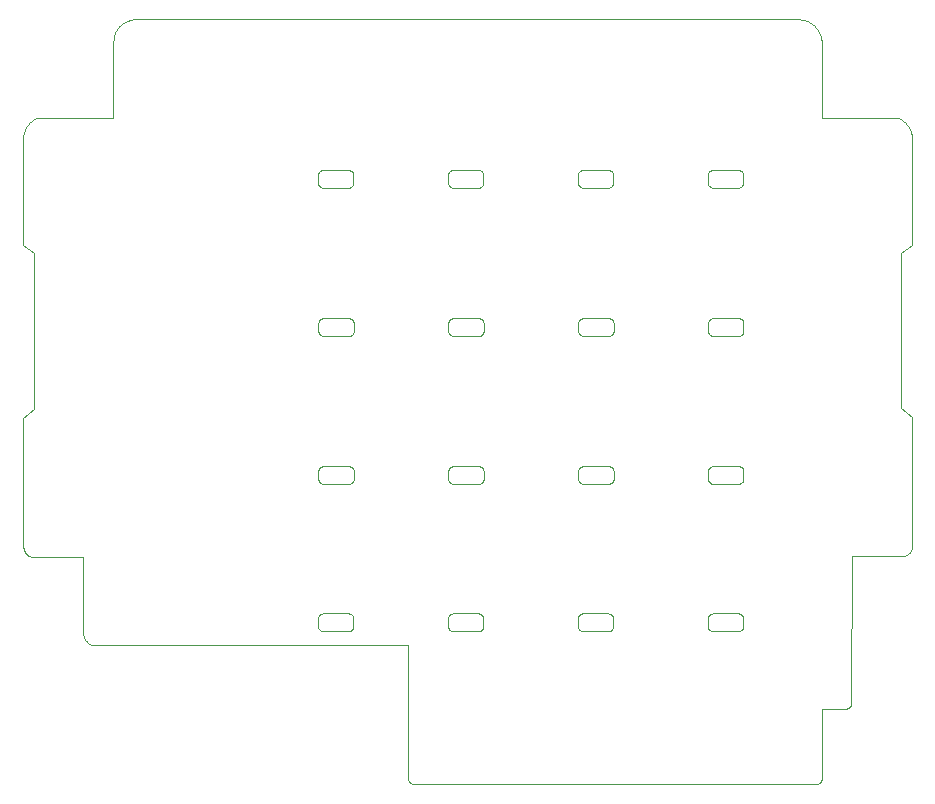
<source format=gbr>
%TF.GenerationSoftware,KiCad,Pcbnew,(5.1.10)-1*%
%TF.CreationDate,2021-12-09T03:00:40-05:00*%
%TF.ProjectId,top,746f702e-6b69-4636-9164-5f7063625858,rev?*%
%TF.SameCoordinates,Original*%
%TF.FileFunction,Profile,NP*%
%FSLAX46Y46*%
G04 Gerber Fmt 4.6, Leading zero omitted, Abs format (unit mm)*
G04 Created by KiCad (PCBNEW (5.1.10)-1) date 2021-12-09 03:00:40*
%MOMM*%
%LPD*%
G01*
G04 APERTURE LIST*
%TA.AperFunction,Profile*%
%ADD10C,0.100000*%
%TD*%
G04 APERTURE END LIST*
D10*
X136610000Y-119810000D02*
X138790000Y-119810000D01*
X136570000Y-119800000D02*
X136610000Y-119810000D01*
X136530000Y-119790000D02*
X136570000Y-119800000D01*
X136490000Y-119780000D02*
X136530000Y-119790000D01*
X136450000Y-119760000D02*
X136490000Y-119780000D01*
X136410000Y-119740000D02*
X136450000Y-119760000D01*
X136370000Y-119720000D02*
X136410000Y-119740000D01*
X136360000Y-119700000D02*
X136370000Y-119720000D01*
X136340000Y-119690000D02*
X136360000Y-119700000D01*
X136310000Y-119660000D02*
X136340000Y-119690000D01*
X136280000Y-119620000D02*
X136310000Y-119660000D01*
X136260000Y-119590000D02*
X136280000Y-119620000D01*
X136240000Y-119550000D02*
X136260000Y-119590000D01*
X136230000Y-119530000D02*
X136240000Y-119550000D01*
X136220000Y-119490000D02*
X136230000Y-119530000D01*
X136210000Y-119440000D02*
X136220000Y-119490000D01*
X136210000Y-119400000D02*
X136210000Y-119440000D01*
X136210000Y-119380000D02*
X136210000Y-119400000D01*
X136210000Y-118720000D02*
X136210000Y-119380000D01*
X136210000Y-118670000D02*
X136210000Y-118720000D01*
X136220000Y-118630000D02*
X136210000Y-118670000D01*
X136230000Y-118590000D02*
X136220000Y-118630000D01*
X136250000Y-118550000D02*
X136230000Y-118590000D01*
X136270000Y-118510000D02*
X136250000Y-118550000D01*
X136300000Y-118480000D02*
X136270000Y-118510000D01*
X136310000Y-118460000D02*
X136300000Y-118480000D01*
X136330000Y-118440000D02*
X136310000Y-118460000D01*
X136360000Y-118410000D02*
X136330000Y-118440000D01*
X136380000Y-118400000D02*
X136360000Y-118410000D01*
X136410000Y-118380000D02*
X136380000Y-118400000D01*
X136430000Y-118370000D02*
X136410000Y-118380000D01*
X136470000Y-118350000D02*
X136430000Y-118370000D01*
X136510000Y-118330000D02*
X136470000Y-118350000D01*
X136530000Y-118330000D02*
X136510000Y-118330000D01*
X136570000Y-118320000D02*
X136530000Y-118330000D01*
X136620000Y-118310000D02*
X136570000Y-118320000D01*
X136640000Y-118310000D02*
X136620000Y-118310000D01*
X138800000Y-118310000D02*
X136640000Y-118310000D01*
X138840000Y-118320000D02*
X138800000Y-118310000D01*
X138880000Y-118330000D02*
X138840000Y-118320000D01*
X138920000Y-118340000D02*
X138880000Y-118330000D01*
X138960000Y-118360000D02*
X138920000Y-118340000D01*
X139000000Y-118380000D02*
X138960000Y-118360000D01*
X139040000Y-118400000D02*
X139000000Y-118380000D01*
X139050000Y-118420000D02*
X139040000Y-118400000D01*
X139080000Y-118450000D02*
X139050000Y-118420000D01*
X139110000Y-118480000D02*
X139080000Y-118450000D01*
X139140000Y-118520000D02*
X139110000Y-118480000D01*
X139160000Y-118550000D02*
X139140000Y-118520000D01*
X139180000Y-118590000D02*
X139160000Y-118550000D01*
X139190000Y-118630000D02*
X139180000Y-118590000D01*
X139190000Y-118660000D02*
X139190000Y-118630000D01*
X139200000Y-118680000D02*
X139190000Y-118660000D01*
X139200000Y-118720000D02*
X139200000Y-118680000D01*
X139200000Y-118740000D02*
X139200000Y-118720000D01*
X139200000Y-119400000D02*
X139200000Y-118740000D01*
X139200000Y-119420000D02*
X139200000Y-119400000D01*
X139190000Y-119470000D02*
X139200000Y-119420000D01*
X139180000Y-119510000D02*
X139190000Y-119470000D01*
X139170000Y-119530000D02*
X139180000Y-119510000D01*
X139160000Y-119570000D02*
X139170000Y-119530000D01*
X139140000Y-119610000D02*
X139160000Y-119570000D01*
X139110000Y-119640000D02*
X139140000Y-119610000D01*
X139100000Y-119660000D02*
X139110000Y-119640000D01*
X139070000Y-119690000D02*
X139100000Y-119660000D01*
X139030000Y-119720000D02*
X139070000Y-119690000D01*
X139000000Y-119740000D02*
X139030000Y-119720000D01*
X138980000Y-119760000D02*
X139000000Y-119740000D01*
X138940000Y-119770000D02*
X138980000Y-119760000D01*
X138900000Y-119790000D02*
X138940000Y-119770000D01*
X138860000Y-119800000D02*
X138900000Y-119790000D01*
X138810000Y-119810000D02*
X138860000Y-119800000D01*
X138790000Y-119810000D02*
X138810000Y-119810000D01*
X136210000Y-81840000D02*
X136210000Y-81860000D01*
X136210000Y-81180000D02*
X136210000Y-81840000D01*
X136210000Y-81130000D02*
X136210000Y-81180000D01*
X136220000Y-81110000D02*
X136210000Y-81130000D01*
X136230000Y-81070000D02*
X136220000Y-81110000D01*
X136230000Y-81050000D02*
X136230000Y-81070000D01*
X136250000Y-81010000D02*
X136230000Y-81050000D01*
X136270000Y-80970000D02*
X136250000Y-81010000D01*
X136300000Y-80940000D02*
X136270000Y-80970000D01*
X136310000Y-80920000D02*
X136300000Y-80940000D01*
X136340000Y-80890000D02*
X136310000Y-80920000D01*
X136380000Y-80860000D02*
X136340000Y-80890000D01*
X136410000Y-80840000D02*
X136380000Y-80860000D01*
X136430000Y-80820000D02*
X136410000Y-80840000D01*
X136470000Y-80810000D02*
X136430000Y-80820000D01*
X136490000Y-80800000D02*
X136470000Y-80810000D01*
X136530000Y-80780000D02*
X136490000Y-80800000D01*
X136570000Y-80780000D02*
X136530000Y-80780000D01*
X136590000Y-80770000D02*
X136570000Y-80780000D01*
X136640000Y-80770000D02*
X136590000Y-80770000D01*
X138800000Y-80770000D02*
X136640000Y-80770000D01*
X138820000Y-80770000D02*
X138800000Y-80770000D01*
X138860000Y-80780000D02*
X138820000Y-80770000D01*
X138880000Y-80780000D02*
X138860000Y-80780000D01*
X138920000Y-80800000D02*
X138880000Y-80780000D01*
X138940000Y-80810000D02*
X138920000Y-80800000D01*
X138980000Y-80830000D02*
X138940000Y-80810000D01*
X139000000Y-80840000D02*
X138980000Y-80830000D01*
X139040000Y-80860000D02*
X139000000Y-80840000D01*
X139050000Y-80880000D02*
X139040000Y-80860000D01*
X139070000Y-80890000D02*
X139050000Y-80880000D01*
X139100000Y-80920000D02*
X139070000Y-80890000D01*
X139130000Y-80960000D02*
X139100000Y-80920000D01*
X139140000Y-80970000D02*
X139130000Y-80960000D01*
X139150000Y-80990000D02*
X139140000Y-80970000D01*
X139170000Y-81030000D02*
X139150000Y-80990000D01*
X139180000Y-81050000D02*
X139170000Y-81030000D01*
X139190000Y-81090000D02*
X139180000Y-81050000D01*
X139200000Y-81140000D02*
X139190000Y-81090000D01*
X139200000Y-81180000D02*
X139200000Y-81140000D01*
X139200000Y-81200000D02*
X139200000Y-81180000D01*
X139200000Y-81860000D02*
X139200000Y-81200000D01*
X139200000Y-81910000D02*
X139200000Y-81860000D01*
X139190000Y-81950000D02*
X139200000Y-81910000D01*
X139170000Y-81990000D02*
X139190000Y-81950000D01*
X139160000Y-82030000D02*
X139170000Y-81990000D01*
X139150000Y-82050000D02*
X139160000Y-82030000D01*
X139140000Y-82070000D02*
X139150000Y-82050000D01*
X139110000Y-82100000D02*
X139140000Y-82070000D01*
X139100000Y-82120000D02*
X139110000Y-82100000D01*
X139070000Y-82150000D02*
X139100000Y-82120000D01*
X139030000Y-82180000D02*
X139070000Y-82150000D01*
X139000000Y-82200000D02*
X139030000Y-82180000D01*
X138980000Y-82210000D02*
X139000000Y-82200000D01*
X138940000Y-82230000D02*
X138980000Y-82210000D01*
X138920000Y-82240000D02*
X138940000Y-82230000D01*
X138880000Y-82250000D02*
X138920000Y-82240000D01*
X138840000Y-82260000D02*
X138880000Y-82250000D01*
X138770000Y-82270000D02*
X138840000Y-82260000D01*
X136610000Y-82270000D02*
X138770000Y-82270000D01*
X136570000Y-82260000D02*
X136610000Y-82270000D01*
X136530000Y-82250000D02*
X136570000Y-82260000D01*
X136490000Y-82240000D02*
X136530000Y-82250000D01*
X136470000Y-82230000D02*
X136490000Y-82240000D01*
X136430000Y-82210000D02*
X136470000Y-82230000D01*
X136410000Y-82200000D02*
X136430000Y-82210000D01*
X136370000Y-82180000D02*
X136410000Y-82200000D01*
X136360000Y-82160000D02*
X136370000Y-82180000D01*
X136320000Y-82130000D02*
X136360000Y-82160000D01*
X136310000Y-82120000D02*
X136320000Y-82130000D01*
X136280000Y-82080000D02*
X136310000Y-82120000D01*
X136260000Y-82040000D02*
X136280000Y-82080000D01*
X136240000Y-82010000D02*
X136260000Y-82040000D01*
X136230000Y-81990000D02*
X136240000Y-82010000D01*
X136220000Y-81940000D02*
X136230000Y-81990000D01*
X136210000Y-81900000D02*
X136220000Y-81940000D01*
X136210000Y-81860000D02*
X136210000Y-81900000D01*
X138800000Y-107340000D02*
X138820000Y-107340000D01*
X136640000Y-107340000D02*
X138800000Y-107340000D01*
X136590000Y-107330000D02*
X136640000Y-107340000D01*
X136550000Y-107320000D02*
X136590000Y-107330000D01*
X136510000Y-107310000D02*
X136550000Y-107320000D01*
X136470000Y-107290000D02*
X136510000Y-107310000D01*
X136430000Y-107270000D02*
X136470000Y-107290000D01*
X136400000Y-107250000D02*
X136430000Y-107270000D01*
X136380000Y-107230000D02*
X136400000Y-107250000D01*
X136360000Y-107220000D02*
X136380000Y-107230000D01*
X136340000Y-107190000D02*
X136360000Y-107220000D01*
X136310000Y-107150000D02*
X136340000Y-107190000D01*
X136290000Y-107110000D02*
X136310000Y-107150000D01*
X136270000Y-107080000D02*
X136290000Y-107110000D01*
X136260000Y-107060000D02*
X136270000Y-107080000D01*
X136250000Y-107010000D02*
X136260000Y-107060000D01*
X136240000Y-106970000D02*
X136250000Y-107010000D01*
X136230000Y-106910000D02*
X136240000Y-106970000D01*
X136230000Y-106250000D02*
X136230000Y-106910000D01*
X136240000Y-106200000D02*
X136230000Y-106250000D01*
X136250000Y-106160000D02*
X136240000Y-106200000D01*
X136260000Y-106120000D02*
X136250000Y-106160000D01*
X136280000Y-106080000D02*
X136260000Y-106120000D01*
X136300000Y-106040000D02*
X136280000Y-106080000D01*
X136320000Y-106010000D02*
X136300000Y-106040000D01*
X136340000Y-105990000D02*
X136320000Y-106010000D01*
X136350000Y-105970000D02*
X136340000Y-105990000D01*
X136380000Y-105940000D02*
X136350000Y-105970000D01*
X136420000Y-105920000D02*
X136380000Y-105940000D01*
X136450000Y-105890000D02*
X136420000Y-105920000D01*
X136490000Y-105880000D02*
X136450000Y-105890000D01*
X136510000Y-105870000D02*
X136490000Y-105880000D01*
X136560000Y-105850000D02*
X136510000Y-105870000D01*
X136580000Y-105850000D02*
X136560000Y-105850000D01*
X136600000Y-105850000D02*
X136580000Y-105850000D01*
X136640000Y-105840000D02*
X136600000Y-105850000D01*
X138820000Y-105840000D02*
X136640000Y-105840000D01*
X138870000Y-105850000D02*
X138820000Y-105840000D01*
X138910000Y-105850000D02*
X138870000Y-105850000D01*
X138950000Y-105870000D02*
X138910000Y-105850000D01*
X138990000Y-105890000D02*
X138950000Y-105870000D01*
X139030000Y-105910000D02*
X138990000Y-105890000D01*
X139060000Y-105930000D02*
X139030000Y-105910000D01*
X139080000Y-105950000D02*
X139060000Y-105930000D01*
X139110000Y-105980000D02*
X139080000Y-105950000D01*
X139140000Y-106010000D02*
X139110000Y-105980000D01*
X139160000Y-106040000D02*
X139140000Y-106010000D01*
X139180000Y-106080000D02*
X139160000Y-106040000D01*
X139200000Y-106120000D02*
X139180000Y-106080000D01*
X139210000Y-106160000D02*
X139200000Y-106120000D01*
X139220000Y-106180000D02*
X139210000Y-106160000D01*
X139230000Y-106230000D02*
X139220000Y-106180000D01*
X139230000Y-106270000D02*
X139230000Y-106230000D01*
X139230000Y-106930000D02*
X139230000Y-106270000D01*
X139220000Y-106950000D02*
X139230000Y-106930000D01*
X139220000Y-107000000D02*
X139220000Y-106950000D01*
X139210000Y-107040000D02*
X139220000Y-107000000D01*
X139200000Y-107060000D02*
X139210000Y-107040000D01*
X139180000Y-107100000D02*
X139200000Y-107060000D01*
X139160000Y-107140000D02*
X139180000Y-107100000D01*
X139140000Y-107170000D02*
X139160000Y-107140000D01*
X139120000Y-107190000D02*
X139140000Y-107170000D01*
X139090000Y-107220000D02*
X139120000Y-107190000D01*
X139060000Y-107250000D02*
X139090000Y-107220000D01*
X139020000Y-107270000D02*
X139060000Y-107250000D01*
X139000000Y-107280000D02*
X139020000Y-107270000D01*
X138970000Y-107300000D02*
X139000000Y-107280000D01*
X138920000Y-107320000D02*
X138970000Y-107300000D01*
X138880000Y-107330000D02*
X138920000Y-107320000D01*
X138840000Y-107340000D02*
X138880000Y-107330000D01*
X138820000Y-107340000D02*
X138840000Y-107340000D01*
X138800000Y-94820000D02*
X138820000Y-94810000D01*
X136640000Y-94810000D02*
X138800000Y-94820000D01*
X136590000Y-94810000D02*
X136640000Y-94810000D01*
X136550000Y-94800000D02*
X136590000Y-94810000D01*
X136510000Y-94790000D02*
X136550000Y-94800000D01*
X136470000Y-94770000D02*
X136510000Y-94790000D01*
X136430000Y-94750000D02*
X136470000Y-94770000D01*
X136400000Y-94720000D02*
X136430000Y-94750000D01*
X136380000Y-94710000D02*
X136400000Y-94720000D01*
X136360000Y-94700000D02*
X136380000Y-94710000D01*
X136340000Y-94660000D02*
X136360000Y-94700000D01*
X136310000Y-94630000D02*
X136340000Y-94660000D01*
X136290000Y-94590000D02*
X136310000Y-94630000D01*
X136270000Y-94550000D02*
X136290000Y-94590000D01*
X136260000Y-94530000D02*
X136270000Y-94550000D01*
X136250000Y-94490000D02*
X136260000Y-94530000D01*
X136240000Y-94450000D02*
X136250000Y-94490000D01*
X136230000Y-94380000D02*
X136240000Y-94450000D01*
X136230000Y-93720000D02*
X136230000Y-94380000D01*
X136240000Y-93680000D02*
X136230000Y-93720000D01*
X136250000Y-93640000D02*
X136240000Y-93680000D01*
X136260000Y-93600000D02*
X136250000Y-93640000D01*
X136280000Y-93560000D02*
X136260000Y-93600000D01*
X136300000Y-93520000D02*
X136280000Y-93560000D01*
X136320000Y-93480000D02*
X136300000Y-93520000D01*
X136340000Y-93470000D02*
X136320000Y-93480000D01*
X136350000Y-93450000D02*
X136340000Y-93470000D01*
X136380000Y-93420000D02*
X136350000Y-93450000D01*
X136420000Y-93390000D02*
X136380000Y-93420000D01*
X136450000Y-93370000D02*
X136420000Y-93390000D01*
X136490000Y-93350000D02*
X136450000Y-93370000D01*
X136510000Y-93340000D02*
X136490000Y-93350000D01*
X136560000Y-93330000D02*
X136510000Y-93340000D01*
X136580000Y-93330000D02*
X136560000Y-93330000D01*
X136600000Y-93320000D02*
X136580000Y-93330000D01*
X136640000Y-93320000D02*
X136600000Y-93320000D01*
X136660000Y-93320000D02*
X136640000Y-93320000D01*
X138820000Y-93320000D02*
X136660000Y-93320000D01*
X138870000Y-93320000D02*
X138820000Y-93320000D01*
X138910000Y-93330000D02*
X138870000Y-93320000D01*
X138950000Y-93350000D02*
X138910000Y-93330000D01*
X138990000Y-93360000D02*
X138950000Y-93350000D01*
X139030000Y-93380000D02*
X138990000Y-93360000D01*
X139060000Y-93410000D02*
X139030000Y-93380000D01*
X139080000Y-93420000D02*
X139060000Y-93410000D01*
X139110000Y-93450000D02*
X139080000Y-93420000D01*
X139140000Y-93490000D02*
X139110000Y-93450000D01*
X139160000Y-93520000D02*
X139140000Y-93490000D01*
X139180000Y-93560000D02*
X139160000Y-93520000D01*
X139200000Y-93600000D02*
X139180000Y-93560000D01*
X139210000Y-93640000D02*
X139200000Y-93600000D01*
X139220000Y-93660000D02*
X139210000Y-93640000D01*
X139230000Y-93710000D02*
X139220000Y-93660000D01*
X139230000Y-93750000D02*
X139230000Y-93710000D01*
X139230000Y-94410000D02*
X139230000Y-93750000D01*
X139220000Y-94430000D02*
X139230000Y-94410000D01*
X139220000Y-94470000D02*
X139220000Y-94430000D01*
X139210000Y-94520000D02*
X139220000Y-94470000D01*
X139200000Y-94540000D02*
X139210000Y-94520000D01*
X139180000Y-94580000D02*
X139200000Y-94540000D01*
X139160000Y-94610000D02*
X139180000Y-94580000D01*
X139140000Y-94650000D02*
X139160000Y-94610000D01*
X139120000Y-94670000D02*
X139140000Y-94650000D01*
X139090000Y-94700000D02*
X139120000Y-94670000D01*
X139060000Y-94730000D02*
X139090000Y-94700000D01*
X139020000Y-94750000D02*
X139060000Y-94730000D01*
X139000000Y-94760000D02*
X139020000Y-94750000D01*
X138970000Y-94780000D02*
X139000000Y-94760000D01*
X138920000Y-94800000D02*
X138970000Y-94780000D01*
X138880000Y-94810000D02*
X138920000Y-94800000D01*
X138860000Y-94810000D02*
X138880000Y-94810000D01*
X138820000Y-94810000D02*
X138860000Y-94810000D01*
X147640000Y-118310000D02*
X147610000Y-118310000D01*
X149790000Y-118310000D02*
X147640000Y-118310000D01*
X149840000Y-118320000D02*
X149790000Y-118310000D01*
X149880000Y-118330000D02*
X149840000Y-118320000D01*
X149920000Y-118340000D02*
X149880000Y-118330000D01*
X149960000Y-118360000D02*
X149920000Y-118340000D01*
X150000000Y-118380000D02*
X149960000Y-118360000D01*
X150030000Y-118400000D02*
X150000000Y-118380000D01*
X150050000Y-118420000D02*
X150030000Y-118400000D01*
X150070000Y-118430000D02*
X150050000Y-118420000D01*
X150100000Y-118460000D02*
X150070000Y-118430000D01*
X150120000Y-118500000D02*
X150100000Y-118460000D01*
X150150000Y-118530000D02*
X150120000Y-118500000D01*
X150170000Y-118570000D02*
X150150000Y-118530000D01*
X150170000Y-118590000D02*
X150170000Y-118570000D01*
X150190000Y-118630000D02*
X150170000Y-118590000D01*
X150200000Y-118680000D02*
X150190000Y-118630000D01*
X150200000Y-118720000D02*
X150200000Y-118680000D01*
X150200000Y-119400000D02*
X150200000Y-118720000D01*
X150190000Y-119450000D02*
X150200000Y-119400000D01*
X150190000Y-119490000D02*
X150190000Y-119450000D01*
X150170000Y-119530000D02*
X150190000Y-119490000D01*
X150150000Y-119570000D02*
X150170000Y-119530000D01*
X150130000Y-119610000D02*
X150150000Y-119570000D01*
X150110000Y-119640000D02*
X150130000Y-119610000D01*
X150090000Y-119660000D02*
X150110000Y-119640000D01*
X150080000Y-119680000D02*
X150090000Y-119660000D01*
X150050000Y-119710000D02*
X150080000Y-119680000D01*
X150030000Y-119720000D02*
X150050000Y-119710000D01*
X150000000Y-119740000D02*
X150030000Y-119720000D01*
X149980000Y-119760000D02*
X150000000Y-119740000D01*
X149940000Y-119770000D02*
X149980000Y-119760000D01*
X149900000Y-119790000D02*
X149940000Y-119770000D01*
X149880000Y-119790000D02*
X149900000Y-119790000D01*
X149830000Y-119800000D02*
X149880000Y-119790000D01*
X149790000Y-119810000D02*
X149830000Y-119800000D01*
X147610000Y-119810000D02*
X149790000Y-119810000D01*
X147570000Y-119800000D02*
X147610000Y-119810000D01*
X147520000Y-119790000D02*
X147570000Y-119800000D01*
X147480000Y-119780000D02*
X147520000Y-119790000D01*
X147440000Y-119760000D02*
X147480000Y-119780000D01*
X147410000Y-119740000D02*
X147440000Y-119760000D01*
X147370000Y-119720000D02*
X147410000Y-119740000D01*
X147350000Y-119700000D02*
X147370000Y-119720000D01*
X147320000Y-119670000D02*
X147350000Y-119700000D01*
X147290000Y-119640000D02*
X147320000Y-119670000D01*
X147270000Y-119600000D02*
X147290000Y-119640000D01*
X147250000Y-119570000D02*
X147270000Y-119600000D01*
X147230000Y-119530000D02*
X147250000Y-119570000D01*
X147220000Y-119490000D02*
X147230000Y-119530000D01*
X147210000Y-119460000D02*
X147220000Y-119490000D01*
X147210000Y-119420000D02*
X147210000Y-119460000D01*
X147210000Y-119400000D02*
X147210000Y-119420000D01*
X147200000Y-119380000D02*
X147210000Y-119400000D01*
X147210000Y-118720000D02*
X147200000Y-119380000D01*
X147210000Y-118700000D02*
X147210000Y-118720000D01*
X147210000Y-118650000D02*
X147210000Y-118700000D01*
X147230000Y-118610000D02*
X147210000Y-118650000D01*
X147230000Y-118590000D02*
X147230000Y-118610000D01*
X147250000Y-118550000D02*
X147230000Y-118590000D01*
X147270000Y-118510000D02*
X147250000Y-118550000D01*
X147300000Y-118480000D02*
X147270000Y-118510000D01*
X147310000Y-118460000D02*
X147300000Y-118480000D01*
X147340000Y-118430000D02*
X147310000Y-118460000D01*
X147370000Y-118400000D02*
X147340000Y-118430000D01*
X147410000Y-118380000D02*
X147370000Y-118400000D01*
X147430000Y-118370000D02*
X147410000Y-118380000D01*
X147470000Y-118350000D02*
X147430000Y-118370000D01*
X147510000Y-118330000D02*
X147470000Y-118350000D01*
X147550000Y-118320000D02*
X147510000Y-118330000D01*
X147590000Y-118310000D02*
X147550000Y-118320000D01*
X147610000Y-118310000D02*
X147590000Y-118310000D01*
X149790000Y-80770000D02*
X147610000Y-80770000D01*
X149840000Y-80780000D02*
X149790000Y-80770000D01*
X149880000Y-80780000D02*
X149840000Y-80780000D01*
X149920000Y-80800000D02*
X149880000Y-80780000D01*
X149960000Y-80820000D02*
X149920000Y-80800000D01*
X150000000Y-80840000D02*
X149960000Y-80820000D01*
X150030000Y-80860000D02*
X150000000Y-80840000D01*
X150050000Y-80880000D02*
X150030000Y-80860000D01*
X150070000Y-80890000D02*
X150050000Y-80880000D01*
X150100000Y-80920000D02*
X150070000Y-80890000D01*
X150120000Y-80960000D02*
X150100000Y-80920000D01*
X150150000Y-80990000D02*
X150120000Y-80960000D01*
X150170000Y-81030000D02*
X150150000Y-80990000D01*
X150170000Y-81050000D02*
X150170000Y-81030000D01*
X150190000Y-81090000D02*
X150170000Y-81050000D01*
X150200000Y-81140000D02*
X150190000Y-81090000D01*
X150200000Y-81180000D02*
X150200000Y-81140000D01*
X150200000Y-81860000D02*
X150200000Y-81180000D01*
X150190000Y-81910000D02*
X150200000Y-81860000D01*
X150190000Y-81950000D02*
X150190000Y-81910000D01*
X150170000Y-81990000D02*
X150190000Y-81950000D01*
X150150000Y-82030000D02*
X150170000Y-81990000D01*
X150130000Y-82070000D02*
X150150000Y-82030000D01*
X150110000Y-82100000D02*
X150130000Y-82070000D01*
X150090000Y-82120000D02*
X150110000Y-82100000D01*
X150080000Y-82130000D02*
X150090000Y-82120000D01*
X150050000Y-82160000D02*
X150080000Y-82130000D01*
X150030000Y-82180000D02*
X150050000Y-82160000D01*
X150000000Y-82200000D02*
X150030000Y-82180000D01*
X149980000Y-82210000D02*
X150000000Y-82200000D01*
X149940000Y-82230000D02*
X149980000Y-82210000D01*
X149900000Y-82250000D02*
X149940000Y-82230000D01*
X149880000Y-82250000D02*
X149900000Y-82250000D01*
X149830000Y-82260000D02*
X149880000Y-82250000D01*
X149770000Y-82270000D02*
X149830000Y-82260000D01*
X147610000Y-82270000D02*
X149770000Y-82270000D01*
X147570000Y-82260000D02*
X147610000Y-82270000D01*
X147520000Y-82250000D02*
X147570000Y-82260000D01*
X147480000Y-82240000D02*
X147520000Y-82250000D01*
X147440000Y-82220000D02*
X147480000Y-82240000D01*
X147410000Y-82200000D02*
X147440000Y-82220000D01*
X147370000Y-82180000D02*
X147410000Y-82200000D01*
X147350000Y-82160000D02*
X147370000Y-82180000D01*
X147320000Y-82130000D02*
X147350000Y-82160000D01*
X147290000Y-82100000D02*
X147320000Y-82130000D01*
X147270000Y-82060000D02*
X147290000Y-82100000D01*
X147250000Y-82030000D02*
X147270000Y-82060000D01*
X147230000Y-81990000D02*
X147250000Y-82030000D01*
X147220000Y-81940000D02*
X147230000Y-81990000D01*
X147210000Y-81920000D02*
X147220000Y-81940000D01*
X147210000Y-81880000D02*
X147210000Y-81920000D01*
X147210000Y-81860000D02*
X147210000Y-81880000D01*
X147200000Y-81840000D02*
X147210000Y-81860000D01*
X147210000Y-81180000D02*
X147200000Y-81840000D01*
X147210000Y-81150000D02*
X147210000Y-81180000D01*
X147210000Y-81110000D02*
X147210000Y-81150000D01*
X147230000Y-81070000D02*
X147210000Y-81110000D01*
X147230000Y-81050000D02*
X147230000Y-81070000D01*
X147250000Y-81010000D02*
X147230000Y-81050000D01*
X147270000Y-80970000D02*
X147250000Y-81010000D01*
X147300000Y-80940000D02*
X147270000Y-80970000D01*
X147310000Y-80920000D02*
X147300000Y-80940000D01*
X147340000Y-80890000D02*
X147310000Y-80920000D01*
X147370000Y-80860000D02*
X147340000Y-80890000D01*
X147410000Y-80840000D02*
X147370000Y-80860000D01*
X147430000Y-80820000D02*
X147410000Y-80840000D01*
X147470000Y-80810000D02*
X147430000Y-80820000D01*
X147490000Y-80800000D02*
X147470000Y-80810000D01*
X147530000Y-80780000D02*
X147490000Y-80800000D01*
X147570000Y-80780000D02*
X147530000Y-80780000D01*
X147610000Y-80770000D02*
X147570000Y-80780000D01*
X149820000Y-105840000D02*
X147640000Y-105840000D01*
X149860000Y-105850000D02*
X149820000Y-105840000D01*
X149910000Y-105850000D02*
X149860000Y-105850000D01*
X149950000Y-105870000D02*
X149910000Y-105850000D01*
X149990000Y-105890000D02*
X149950000Y-105870000D01*
X150020000Y-105910000D02*
X149990000Y-105890000D01*
X150060000Y-105930000D02*
X150020000Y-105910000D01*
X150080000Y-105950000D02*
X150060000Y-105930000D01*
X150090000Y-105960000D02*
X150080000Y-105950000D01*
X150120000Y-105990000D02*
X150090000Y-105960000D01*
X150150000Y-106030000D02*
X150120000Y-105990000D01*
X150170000Y-106060000D02*
X150150000Y-106030000D01*
X150190000Y-106100000D02*
X150170000Y-106060000D01*
X150200000Y-106120000D02*
X150190000Y-106100000D01*
X150210000Y-106160000D02*
X150200000Y-106120000D01*
X150220000Y-106210000D02*
X150210000Y-106160000D01*
X150230000Y-106250000D02*
X150220000Y-106210000D01*
X150230000Y-106270000D02*
X150230000Y-106250000D01*
X150220000Y-106930000D02*
X150230000Y-106270000D01*
X150220000Y-106970000D02*
X150220000Y-106930000D01*
X150210000Y-107020000D02*
X150220000Y-106970000D01*
X150200000Y-107060000D02*
X150210000Y-107020000D01*
X150180000Y-107100000D02*
X150200000Y-107060000D01*
X150160000Y-107140000D02*
X150180000Y-107100000D01*
X150130000Y-107170000D02*
X150160000Y-107140000D01*
X150120000Y-107190000D02*
X150130000Y-107170000D01*
X150110000Y-107200000D02*
X150120000Y-107190000D01*
X150070000Y-107230000D02*
X150110000Y-107200000D01*
X150060000Y-107250000D02*
X150070000Y-107230000D01*
X150020000Y-107270000D02*
X150060000Y-107250000D01*
X150000000Y-107280000D02*
X150020000Y-107270000D01*
X149960000Y-107300000D02*
X150000000Y-107280000D01*
X149920000Y-107320000D02*
X149960000Y-107300000D01*
X149900000Y-107320000D02*
X149920000Y-107320000D01*
X149860000Y-107330000D02*
X149900000Y-107320000D01*
X149790000Y-107340000D02*
X149860000Y-107330000D01*
X147640000Y-107340000D02*
X149790000Y-107340000D01*
X147590000Y-107330000D02*
X147640000Y-107340000D01*
X147550000Y-107320000D02*
X147590000Y-107330000D01*
X147510000Y-107310000D02*
X147550000Y-107320000D01*
X147470000Y-107290000D02*
X147510000Y-107310000D01*
X147430000Y-107270000D02*
X147470000Y-107290000D01*
X147400000Y-107250000D02*
X147430000Y-107270000D01*
X147380000Y-107230000D02*
X147400000Y-107250000D01*
X147350000Y-107200000D02*
X147380000Y-107230000D01*
X147320000Y-107170000D02*
X147350000Y-107200000D01*
X147290000Y-107130000D02*
X147320000Y-107170000D01*
X147270000Y-107100000D02*
X147290000Y-107130000D01*
X147260000Y-107060000D02*
X147270000Y-107100000D01*
X147240000Y-107010000D02*
X147260000Y-107060000D01*
X147240000Y-106990000D02*
X147240000Y-107010000D01*
X147240000Y-106970000D02*
X147240000Y-106990000D01*
X147230000Y-106930000D02*
X147240000Y-106970000D01*
X147230000Y-106250000D02*
X147230000Y-106930000D01*
X147230000Y-106220000D02*
X147230000Y-106250000D01*
X147240000Y-106180000D02*
X147230000Y-106220000D01*
X147250000Y-106140000D02*
X147240000Y-106180000D01*
X147260000Y-106120000D02*
X147250000Y-106140000D01*
X147280000Y-106080000D02*
X147260000Y-106120000D01*
X147300000Y-106040000D02*
X147280000Y-106080000D01*
X147320000Y-106010000D02*
X147300000Y-106040000D01*
X147340000Y-105990000D02*
X147320000Y-106010000D01*
X147370000Y-105960000D02*
X147340000Y-105990000D01*
X147400000Y-105930000D02*
X147370000Y-105960000D01*
X147430000Y-105910000D02*
X147400000Y-105930000D01*
X147450000Y-105890000D02*
X147430000Y-105910000D01*
X147490000Y-105880000D02*
X147450000Y-105890000D01*
X147510000Y-105870000D02*
X147490000Y-105880000D01*
X147550000Y-105850000D02*
X147510000Y-105870000D01*
X147600000Y-105850000D02*
X147550000Y-105850000D01*
X147640000Y-105840000D02*
X147600000Y-105850000D01*
X147660000Y-93320000D02*
X147640000Y-93320000D01*
X149820000Y-93320000D02*
X147660000Y-93320000D01*
X149860000Y-93320000D02*
X149820000Y-93320000D01*
X149910000Y-93330000D02*
X149860000Y-93320000D01*
X149950000Y-93350000D02*
X149910000Y-93330000D01*
X149990000Y-93360000D02*
X149950000Y-93350000D01*
X150020000Y-93380000D02*
X149990000Y-93360000D01*
X150060000Y-93410000D02*
X150020000Y-93380000D01*
X150080000Y-93420000D02*
X150060000Y-93410000D01*
X150090000Y-93440000D02*
X150080000Y-93420000D01*
X150120000Y-93470000D02*
X150090000Y-93440000D01*
X150150000Y-93500000D02*
X150120000Y-93470000D01*
X150170000Y-93540000D02*
X150150000Y-93500000D01*
X150190000Y-93580000D02*
X150170000Y-93540000D01*
X150200000Y-93600000D02*
X150190000Y-93580000D01*
X150210000Y-93640000D02*
X150200000Y-93600000D01*
X150220000Y-93680000D02*
X150210000Y-93640000D01*
X150230000Y-93730000D02*
X150220000Y-93680000D01*
X150230000Y-93750000D02*
X150230000Y-93730000D01*
X150220000Y-94410000D02*
X150230000Y-93750000D01*
X150220000Y-94450000D02*
X150220000Y-94410000D01*
X150210000Y-94500000D02*
X150220000Y-94450000D01*
X150200000Y-94540000D02*
X150210000Y-94500000D01*
X150180000Y-94580000D02*
X150200000Y-94540000D01*
X150160000Y-94610000D02*
X150180000Y-94580000D01*
X150130000Y-94650000D02*
X150160000Y-94610000D01*
X150120000Y-94670000D02*
X150130000Y-94650000D01*
X150110000Y-94680000D02*
X150120000Y-94670000D01*
X150070000Y-94710000D02*
X150110000Y-94680000D01*
X150060000Y-94730000D02*
X150070000Y-94710000D01*
X150020000Y-94750000D02*
X150060000Y-94730000D01*
X150000000Y-94760000D02*
X150020000Y-94750000D01*
X149960000Y-94780000D02*
X150000000Y-94760000D01*
X149920000Y-94800000D02*
X149960000Y-94780000D01*
X149900000Y-94800000D02*
X149920000Y-94800000D01*
X149860000Y-94810000D02*
X149900000Y-94800000D01*
X149820000Y-94810000D02*
X149860000Y-94810000D01*
X149790000Y-94820000D02*
X149820000Y-94810000D01*
X147640000Y-94810000D02*
X149790000Y-94820000D01*
X147590000Y-94810000D02*
X147640000Y-94810000D01*
X147550000Y-94800000D02*
X147590000Y-94810000D01*
X147510000Y-94790000D02*
X147550000Y-94800000D01*
X147470000Y-94770000D02*
X147510000Y-94790000D01*
X147430000Y-94750000D02*
X147470000Y-94770000D01*
X147400000Y-94720000D02*
X147430000Y-94750000D01*
X147380000Y-94710000D02*
X147400000Y-94720000D01*
X147350000Y-94680000D02*
X147380000Y-94710000D01*
X147320000Y-94650000D02*
X147350000Y-94680000D01*
X147290000Y-94610000D02*
X147320000Y-94650000D01*
X147270000Y-94570000D02*
X147290000Y-94610000D01*
X147260000Y-94530000D02*
X147270000Y-94570000D01*
X147240000Y-94490000D02*
X147260000Y-94530000D01*
X147240000Y-94470000D02*
X147240000Y-94490000D01*
X147240000Y-94450000D02*
X147240000Y-94470000D01*
X147230000Y-94410000D02*
X147240000Y-94450000D01*
X147230000Y-93720000D02*
X147230000Y-94410000D01*
X147230000Y-93700000D02*
X147230000Y-93720000D01*
X147240000Y-93660000D02*
X147230000Y-93700000D01*
X147250000Y-93620000D02*
X147240000Y-93660000D01*
X147260000Y-93600000D02*
X147250000Y-93620000D01*
X147280000Y-93560000D02*
X147260000Y-93600000D01*
X147300000Y-93520000D02*
X147280000Y-93560000D01*
X147320000Y-93480000D02*
X147300000Y-93520000D01*
X147340000Y-93470000D02*
X147320000Y-93480000D01*
X147370000Y-93440000D02*
X147340000Y-93470000D01*
X147400000Y-93410000D02*
X147370000Y-93440000D01*
X147430000Y-93380000D02*
X147400000Y-93410000D01*
X147450000Y-93370000D02*
X147430000Y-93380000D01*
X147490000Y-93350000D02*
X147450000Y-93370000D01*
X147510000Y-93340000D02*
X147490000Y-93350000D01*
X147550000Y-93330000D02*
X147510000Y-93340000D01*
X147600000Y-93320000D02*
X147550000Y-93330000D01*
X147640000Y-93320000D02*
X147600000Y-93320000D01*
X160790000Y-118310000D02*
X158630000Y-118310000D01*
X160840000Y-118320000D02*
X160790000Y-118310000D01*
X160880000Y-118330000D02*
X160840000Y-118320000D01*
X160920000Y-118340000D02*
X160880000Y-118330000D01*
X160960000Y-118360000D02*
X160920000Y-118340000D01*
X161000000Y-118380000D02*
X160960000Y-118360000D01*
X161030000Y-118400000D02*
X161000000Y-118380000D01*
X161050000Y-118420000D02*
X161030000Y-118400000D01*
X161070000Y-118430000D02*
X161050000Y-118420000D01*
X161100000Y-118460000D02*
X161070000Y-118430000D01*
X161120000Y-118500000D02*
X161100000Y-118460000D01*
X161140000Y-118530000D02*
X161120000Y-118500000D01*
X161160000Y-118570000D02*
X161140000Y-118530000D01*
X161170000Y-118590000D02*
X161160000Y-118570000D01*
X161180000Y-118630000D02*
X161170000Y-118590000D01*
X161190000Y-118680000D02*
X161180000Y-118630000D01*
X161200000Y-118740000D02*
X161190000Y-118680000D01*
X161200000Y-119400000D02*
X161200000Y-118740000D01*
X161190000Y-119450000D02*
X161200000Y-119400000D01*
X161180000Y-119490000D02*
X161190000Y-119450000D01*
X161170000Y-119530000D02*
X161180000Y-119490000D01*
X161150000Y-119570000D02*
X161170000Y-119530000D01*
X161130000Y-119610000D02*
X161150000Y-119570000D01*
X161110000Y-119640000D02*
X161130000Y-119610000D01*
X161090000Y-119660000D02*
X161110000Y-119640000D01*
X161080000Y-119680000D02*
X161090000Y-119660000D01*
X161050000Y-119710000D02*
X161080000Y-119680000D01*
X161030000Y-119720000D02*
X161050000Y-119710000D01*
X160990000Y-119740000D02*
X161030000Y-119720000D01*
X160980000Y-119760000D02*
X160990000Y-119740000D01*
X160940000Y-119770000D02*
X160980000Y-119760000D01*
X160900000Y-119790000D02*
X160940000Y-119770000D01*
X160870000Y-119790000D02*
X160900000Y-119790000D01*
X160830000Y-119800000D02*
X160870000Y-119790000D01*
X160790000Y-119810000D02*
X160830000Y-119800000D01*
X158610000Y-119810000D02*
X160790000Y-119810000D01*
X158570000Y-119800000D02*
X158610000Y-119810000D01*
X158520000Y-119790000D02*
X158570000Y-119800000D01*
X158480000Y-119780000D02*
X158520000Y-119790000D01*
X158440000Y-119760000D02*
X158480000Y-119780000D01*
X158400000Y-119740000D02*
X158440000Y-119760000D01*
X158370000Y-119720000D02*
X158400000Y-119740000D01*
X158350000Y-119700000D02*
X158370000Y-119720000D01*
X158320000Y-119670000D02*
X158350000Y-119700000D01*
X158290000Y-119640000D02*
X158320000Y-119670000D01*
X158270000Y-119600000D02*
X158290000Y-119640000D01*
X158250000Y-119570000D02*
X158270000Y-119600000D01*
X158230000Y-119530000D02*
X158250000Y-119570000D01*
X158220000Y-119490000D02*
X158230000Y-119530000D01*
X158210000Y-119460000D02*
X158220000Y-119490000D01*
X158210000Y-119440000D02*
X158210000Y-119460000D01*
X158200000Y-119380000D02*
X158210000Y-119440000D01*
X158200000Y-118720000D02*
X158200000Y-119380000D01*
X158210000Y-118700000D02*
X158200000Y-118720000D01*
X158210000Y-118650000D02*
X158210000Y-118700000D01*
X158220000Y-118610000D02*
X158210000Y-118650000D01*
X158230000Y-118590000D02*
X158220000Y-118610000D01*
X158250000Y-118550000D02*
X158230000Y-118590000D01*
X158270000Y-118510000D02*
X158250000Y-118550000D01*
X158290000Y-118480000D02*
X158270000Y-118510000D01*
X158310000Y-118460000D02*
X158290000Y-118480000D01*
X158340000Y-118430000D02*
X158310000Y-118460000D01*
X158370000Y-118400000D02*
X158340000Y-118430000D01*
X158410000Y-118380000D02*
X158370000Y-118400000D01*
X158430000Y-118370000D02*
X158410000Y-118380000D01*
X158460000Y-118350000D02*
X158430000Y-118370000D01*
X158510000Y-118330000D02*
X158460000Y-118350000D01*
X158550000Y-118320000D02*
X158510000Y-118330000D01*
X158590000Y-118310000D02*
X158550000Y-118320000D01*
X158630000Y-118310000D02*
X158590000Y-118310000D01*
X158200000Y-81840000D02*
X158200000Y-81860000D01*
X158200000Y-81180000D02*
X158200000Y-81840000D01*
X158210000Y-81130000D02*
X158200000Y-81180000D01*
X158210000Y-81110000D02*
X158210000Y-81130000D01*
X158220000Y-81070000D02*
X158210000Y-81110000D01*
X158230000Y-81050000D02*
X158220000Y-81070000D01*
X158250000Y-81010000D02*
X158230000Y-81050000D01*
X158270000Y-80970000D02*
X158250000Y-81010000D01*
X158290000Y-80940000D02*
X158270000Y-80970000D01*
X158310000Y-80920000D02*
X158290000Y-80940000D01*
X158340000Y-80890000D02*
X158310000Y-80920000D01*
X158370000Y-80860000D02*
X158340000Y-80890000D01*
X158410000Y-80840000D02*
X158370000Y-80860000D01*
X158430000Y-80820000D02*
X158410000Y-80840000D01*
X158460000Y-80810000D02*
X158430000Y-80820000D01*
X158490000Y-80800000D02*
X158460000Y-80810000D01*
X158530000Y-80780000D02*
X158490000Y-80800000D01*
X158570000Y-80780000D02*
X158530000Y-80780000D01*
X158590000Y-80770000D02*
X158570000Y-80780000D01*
X158630000Y-80770000D02*
X158590000Y-80770000D01*
X160790000Y-80770000D02*
X158630000Y-80770000D01*
X160810000Y-80770000D02*
X160790000Y-80770000D01*
X160860000Y-80780000D02*
X160810000Y-80770000D01*
X160880000Y-80780000D02*
X160860000Y-80780000D01*
X160920000Y-80800000D02*
X160880000Y-80780000D01*
X160940000Y-80810000D02*
X160920000Y-80800000D01*
X160980000Y-80830000D02*
X160940000Y-80810000D01*
X161000000Y-80840000D02*
X160980000Y-80830000D01*
X161030000Y-80860000D02*
X161000000Y-80840000D01*
X161050000Y-80880000D02*
X161030000Y-80860000D01*
X161070000Y-80890000D02*
X161050000Y-80880000D01*
X161100000Y-80920000D02*
X161070000Y-80890000D01*
X161120000Y-80960000D02*
X161100000Y-80920000D01*
X161130000Y-80970000D02*
X161120000Y-80960000D01*
X161140000Y-80990000D02*
X161130000Y-80970000D01*
X161160000Y-81030000D02*
X161140000Y-80990000D01*
X161170000Y-81050000D02*
X161160000Y-81030000D01*
X161180000Y-81090000D02*
X161170000Y-81050000D01*
X161190000Y-81140000D02*
X161180000Y-81090000D01*
X161200000Y-81200000D02*
X161190000Y-81140000D01*
X161200000Y-81860000D02*
X161200000Y-81200000D01*
X161190000Y-81910000D02*
X161200000Y-81860000D01*
X161180000Y-81950000D02*
X161190000Y-81910000D01*
X161170000Y-81990000D02*
X161180000Y-81950000D01*
X161150000Y-82030000D02*
X161170000Y-81990000D01*
X161140000Y-82050000D02*
X161150000Y-82030000D01*
X161130000Y-82070000D02*
X161140000Y-82050000D01*
X161110000Y-82100000D02*
X161130000Y-82070000D01*
X161090000Y-82120000D02*
X161110000Y-82100000D01*
X161060000Y-82150000D02*
X161090000Y-82120000D01*
X161030000Y-82180000D02*
X161060000Y-82150000D01*
X160990000Y-82200000D02*
X161030000Y-82180000D01*
X160980000Y-82210000D02*
X160990000Y-82200000D01*
X160940000Y-82230000D02*
X160980000Y-82210000D01*
X160920000Y-82240000D02*
X160940000Y-82230000D01*
X160870000Y-82250000D02*
X160920000Y-82240000D01*
X160830000Y-82260000D02*
X160870000Y-82250000D01*
X160770000Y-82270000D02*
X160830000Y-82260000D01*
X158610000Y-82270000D02*
X160770000Y-82270000D01*
X158570000Y-82260000D02*
X158610000Y-82270000D01*
X158520000Y-82250000D02*
X158570000Y-82260000D01*
X158480000Y-82240000D02*
X158520000Y-82250000D01*
X158460000Y-82230000D02*
X158480000Y-82240000D01*
X158420000Y-82210000D02*
X158460000Y-82230000D01*
X158390000Y-82190000D02*
X158420000Y-82210000D01*
X158350000Y-82160000D02*
X158390000Y-82190000D01*
X158340000Y-82150000D02*
X158350000Y-82160000D01*
X158310000Y-82120000D02*
X158340000Y-82150000D01*
X158280000Y-82080000D02*
X158310000Y-82120000D01*
X158260000Y-82040000D02*
X158280000Y-82080000D01*
X158250000Y-82030000D02*
X158260000Y-82040000D01*
X158230000Y-81990000D02*
X158250000Y-82030000D01*
X158220000Y-81940000D02*
X158230000Y-81990000D01*
X158210000Y-81920000D02*
X158220000Y-81940000D01*
X158210000Y-81880000D02*
X158210000Y-81920000D01*
X158200000Y-81860000D02*
X158210000Y-81880000D01*
X160820000Y-105840000D02*
X158660000Y-105840000D01*
X160860000Y-105850000D02*
X160820000Y-105840000D01*
X160900000Y-105850000D02*
X160860000Y-105850000D01*
X160950000Y-105870000D02*
X160900000Y-105850000D01*
X160980000Y-105890000D02*
X160950000Y-105870000D01*
X161020000Y-105910000D02*
X160980000Y-105890000D01*
X161060000Y-105930000D02*
X161020000Y-105910000D01*
X161080000Y-105950000D02*
X161060000Y-105930000D01*
X161090000Y-105960000D02*
X161080000Y-105950000D01*
X161120000Y-105990000D02*
X161090000Y-105960000D01*
X161150000Y-106030000D02*
X161120000Y-105990000D01*
X161170000Y-106060000D02*
X161150000Y-106030000D01*
X161190000Y-106100000D02*
X161170000Y-106060000D01*
X161200000Y-106120000D02*
X161190000Y-106100000D01*
X161210000Y-106160000D02*
X161200000Y-106120000D01*
X161220000Y-106210000D02*
X161210000Y-106160000D01*
X161220000Y-106250000D02*
X161220000Y-106210000D01*
X161220000Y-106270000D02*
X161220000Y-106250000D01*
X161220000Y-106930000D02*
X161220000Y-106270000D01*
X161220000Y-106970000D02*
X161220000Y-106930000D01*
X161210000Y-107020000D02*
X161220000Y-106970000D01*
X161200000Y-107060000D02*
X161210000Y-107020000D01*
X161180000Y-107100000D02*
X161200000Y-107060000D01*
X161160000Y-107140000D02*
X161180000Y-107100000D01*
X161130000Y-107170000D02*
X161160000Y-107140000D01*
X161120000Y-107190000D02*
X161130000Y-107170000D01*
X161100000Y-107200000D02*
X161120000Y-107190000D01*
X161070000Y-107230000D02*
X161100000Y-107200000D01*
X161060000Y-107250000D02*
X161070000Y-107230000D01*
X161020000Y-107270000D02*
X161060000Y-107250000D01*
X161000000Y-107280000D02*
X161020000Y-107270000D01*
X160960000Y-107300000D02*
X161000000Y-107280000D01*
X160920000Y-107320000D02*
X160960000Y-107300000D01*
X160900000Y-107320000D02*
X160920000Y-107320000D01*
X160860000Y-107330000D02*
X160900000Y-107320000D01*
X160790000Y-107340000D02*
X160860000Y-107330000D01*
X158630000Y-107340000D02*
X160790000Y-107340000D01*
X158590000Y-107330000D02*
X158630000Y-107340000D01*
X158550000Y-107320000D02*
X158590000Y-107330000D01*
X158510000Y-107310000D02*
X158550000Y-107320000D01*
X158470000Y-107290000D02*
X158510000Y-107310000D01*
X158430000Y-107270000D02*
X158470000Y-107290000D01*
X158390000Y-107250000D02*
X158430000Y-107270000D01*
X158380000Y-107230000D02*
X158390000Y-107250000D01*
X158350000Y-107200000D02*
X158380000Y-107230000D01*
X158320000Y-107170000D02*
X158350000Y-107200000D01*
X158290000Y-107130000D02*
X158320000Y-107170000D01*
X158270000Y-107100000D02*
X158290000Y-107130000D01*
X158260000Y-107060000D02*
X158270000Y-107100000D01*
X158240000Y-107010000D02*
X158260000Y-107060000D01*
X158240000Y-106990000D02*
X158240000Y-107010000D01*
X158230000Y-106970000D02*
X158240000Y-106990000D01*
X158230000Y-106930000D02*
X158230000Y-106970000D01*
X158230000Y-106910000D02*
X158230000Y-106930000D01*
X158230000Y-106250000D02*
X158230000Y-106910000D01*
X158230000Y-106220000D02*
X158230000Y-106250000D01*
X158240000Y-106180000D02*
X158230000Y-106220000D01*
X158250000Y-106140000D02*
X158240000Y-106180000D01*
X158260000Y-106100000D02*
X158250000Y-106140000D01*
X158280000Y-106060000D02*
X158260000Y-106100000D01*
X158290000Y-106040000D02*
X158280000Y-106060000D01*
X158320000Y-106010000D02*
X158290000Y-106040000D01*
X158350000Y-105970000D02*
X158320000Y-106010000D01*
X158380000Y-105940000D02*
X158350000Y-105970000D01*
X158400000Y-105930000D02*
X158380000Y-105940000D01*
X158430000Y-105910000D02*
X158400000Y-105930000D01*
X158470000Y-105880000D02*
X158430000Y-105910000D01*
X158510000Y-105870000D02*
X158470000Y-105880000D01*
X158550000Y-105850000D02*
X158510000Y-105870000D01*
X158590000Y-105850000D02*
X158550000Y-105850000D01*
X158640000Y-105840000D02*
X158590000Y-105850000D01*
X158660000Y-105840000D02*
X158640000Y-105840000D01*
X160820000Y-93320000D02*
X158660000Y-93320000D01*
X160860000Y-93320000D02*
X160820000Y-93320000D01*
X160900000Y-93330000D02*
X160860000Y-93320000D01*
X160950000Y-93350000D02*
X160900000Y-93330000D01*
X160980000Y-93360000D02*
X160950000Y-93350000D01*
X161020000Y-93380000D02*
X160980000Y-93360000D01*
X161060000Y-93410000D02*
X161020000Y-93380000D01*
X161080000Y-93420000D02*
X161060000Y-93410000D01*
X161090000Y-93440000D02*
X161080000Y-93420000D01*
X161120000Y-93470000D02*
X161090000Y-93440000D01*
X161150000Y-93500000D02*
X161120000Y-93470000D01*
X161170000Y-93540000D02*
X161150000Y-93500000D01*
X161190000Y-93580000D02*
X161170000Y-93540000D01*
X161200000Y-93600000D02*
X161190000Y-93580000D01*
X161210000Y-93640000D02*
X161200000Y-93600000D01*
X161220000Y-93680000D02*
X161210000Y-93640000D01*
X161220000Y-93730000D02*
X161220000Y-93680000D01*
X161220000Y-93750000D02*
X161220000Y-93730000D01*
X161220000Y-94410000D02*
X161220000Y-93750000D01*
X161220000Y-94450000D02*
X161220000Y-94410000D01*
X161210000Y-94500000D02*
X161220000Y-94450000D01*
X161200000Y-94540000D02*
X161210000Y-94500000D01*
X161180000Y-94580000D02*
X161200000Y-94540000D01*
X161160000Y-94610000D02*
X161180000Y-94580000D01*
X161130000Y-94650000D02*
X161160000Y-94610000D01*
X161120000Y-94670000D02*
X161130000Y-94650000D01*
X161100000Y-94680000D02*
X161120000Y-94670000D01*
X161070000Y-94710000D02*
X161100000Y-94680000D01*
X161060000Y-94730000D02*
X161070000Y-94710000D01*
X161020000Y-94750000D02*
X161060000Y-94730000D01*
X161000000Y-94760000D02*
X161020000Y-94750000D01*
X160960000Y-94780000D02*
X161000000Y-94760000D01*
X160920000Y-94800000D02*
X160960000Y-94780000D01*
X160880000Y-94810000D02*
X160920000Y-94800000D01*
X160840000Y-94810000D02*
X160880000Y-94810000D01*
X160810000Y-94810000D02*
X160840000Y-94810000D01*
X160790000Y-94820000D02*
X160810000Y-94810000D01*
X158630000Y-94810000D02*
X160790000Y-94820000D01*
X158590000Y-94810000D02*
X158630000Y-94810000D01*
X158550000Y-94800000D02*
X158590000Y-94810000D01*
X158510000Y-94790000D02*
X158550000Y-94800000D01*
X158470000Y-94770000D02*
X158510000Y-94790000D01*
X158430000Y-94750000D02*
X158470000Y-94770000D01*
X158390000Y-94720000D02*
X158430000Y-94750000D01*
X158380000Y-94710000D02*
X158390000Y-94720000D01*
X158350000Y-94680000D02*
X158380000Y-94710000D01*
X158320000Y-94650000D02*
X158350000Y-94680000D01*
X158290000Y-94610000D02*
X158320000Y-94650000D01*
X158270000Y-94570000D02*
X158290000Y-94610000D01*
X158260000Y-94530000D02*
X158270000Y-94570000D01*
X158240000Y-94490000D02*
X158260000Y-94530000D01*
X158240000Y-94470000D02*
X158240000Y-94490000D01*
X158230000Y-94450000D02*
X158240000Y-94470000D01*
X158230000Y-94410000D02*
X158230000Y-94450000D01*
X158230000Y-94380000D02*
X158230000Y-94410000D01*
X158230000Y-93720000D02*
X158230000Y-94380000D01*
X158230000Y-93700000D02*
X158230000Y-93720000D01*
X158240000Y-93660000D02*
X158230000Y-93700000D01*
X158250000Y-93620000D02*
X158240000Y-93660000D01*
X158260000Y-93580000D02*
X158250000Y-93620000D01*
X158280000Y-93540000D02*
X158260000Y-93580000D01*
X158290000Y-93520000D02*
X158280000Y-93540000D01*
X158320000Y-93480000D02*
X158290000Y-93520000D01*
X158350000Y-93450000D02*
X158320000Y-93480000D01*
X158380000Y-93420000D02*
X158350000Y-93450000D01*
X158400000Y-93410000D02*
X158380000Y-93420000D01*
X158430000Y-93380000D02*
X158400000Y-93410000D01*
X158470000Y-93360000D02*
X158430000Y-93380000D01*
X158510000Y-93340000D02*
X158470000Y-93360000D01*
X158550000Y-93330000D02*
X158510000Y-93340000D01*
X158590000Y-93320000D02*
X158550000Y-93330000D01*
X158640000Y-93320000D02*
X158590000Y-93320000D01*
X158660000Y-93320000D02*
X158640000Y-93320000D01*
X169200000Y-118720000D02*
X169200000Y-119380000D01*
X169210000Y-118670000D02*
X169200000Y-118720000D01*
X169210000Y-118650000D02*
X169210000Y-118670000D01*
X169220000Y-118610000D02*
X169210000Y-118650000D01*
X169230000Y-118590000D02*
X169220000Y-118610000D01*
X169250000Y-118550000D02*
X169230000Y-118590000D01*
X169270000Y-118510000D02*
X169250000Y-118550000D01*
X169290000Y-118480000D02*
X169270000Y-118510000D01*
X169310000Y-118460000D02*
X169290000Y-118480000D01*
X169340000Y-118430000D02*
X169310000Y-118460000D01*
X169370000Y-118400000D02*
X169340000Y-118430000D01*
X169410000Y-118380000D02*
X169370000Y-118400000D01*
X169420000Y-118370000D02*
X169410000Y-118380000D01*
X169460000Y-118350000D02*
X169420000Y-118370000D01*
X169480000Y-118340000D02*
X169460000Y-118350000D01*
X169520000Y-118330000D02*
X169480000Y-118340000D01*
X169570000Y-118320000D02*
X169520000Y-118330000D01*
X169630000Y-118310000D02*
X169570000Y-118320000D01*
X171790000Y-118310000D02*
X169630000Y-118310000D01*
X171810000Y-118310000D02*
X171790000Y-118310000D01*
X171860000Y-118320000D02*
X171810000Y-118310000D01*
X171880000Y-118330000D02*
X171860000Y-118320000D01*
X171920000Y-118340000D02*
X171880000Y-118330000D01*
X171940000Y-118350000D02*
X171920000Y-118340000D01*
X171980000Y-118370000D02*
X171940000Y-118350000D01*
X172000000Y-118380000D02*
X171980000Y-118370000D01*
X172030000Y-118400000D02*
X172000000Y-118380000D01*
X172050000Y-118420000D02*
X172030000Y-118400000D01*
X172060000Y-118430000D02*
X172050000Y-118420000D01*
X172090000Y-118460000D02*
X172060000Y-118430000D01*
X172120000Y-118500000D02*
X172090000Y-118460000D01*
X172130000Y-118520000D02*
X172120000Y-118500000D01*
X172140000Y-118530000D02*
X172130000Y-118520000D01*
X172160000Y-118570000D02*
X172140000Y-118530000D01*
X172170000Y-118590000D02*
X172160000Y-118570000D01*
X172180000Y-118630000D02*
X172170000Y-118590000D01*
X172190000Y-118680000D02*
X172180000Y-118630000D01*
X172200000Y-118740000D02*
X172190000Y-118680000D01*
X172200000Y-119400000D02*
X172200000Y-118740000D01*
X172190000Y-119450000D02*
X172200000Y-119400000D01*
X172180000Y-119490000D02*
X172190000Y-119450000D01*
X172170000Y-119530000D02*
X172180000Y-119490000D01*
X172150000Y-119570000D02*
X172170000Y-119530000D01*
X172140000Y-119590000D02*
X172150000Y-119570000D01*
X172130000Y-119610000D02*
X172140000Y-119590000D01*
X172110000Y-119640000D02*
X172130000Y-119610000D01*
X172090000Y-119660000D02*
X172110000Y-119640000D01*
X172060000Y-119690000D02*
X172090000Y-119660000D01*
X172030000Y-119720000D02*
X172060000Y-119690000D01*
X171990000Y-119740000D02*
X172030000Y-119720000D01*
X171970000Y-119760000D02*
X171990000Y-119740000D01*
X171930000Y-119770000D02*
X171970000Y-119760000D01*
X171910000Y-119780000D02*
X171930000Y-119770000D01*
X171870000Y-119790000D02*
X171910000Y-119780000D01*
X171830000Y-119800000D02*
X171870000Y-119790000D01*
X171770000Y-119810000D02*
X171830000Y-119800000D01*
X169610000Y-119810000D02*
X171770000Y-119810000D01*
X169560000Y-119800000D02*
X169610000Y-119810000D01*
X169520000Y-119790000D02*
X169560000Y-119800000D01*
X169480000Y-119780000D02*
X169520000Y-119790000D01*
X169460000Y-119770000D02*
X169480000Y-119780000D01*
X169420000Y-119750000D02*
X169460000Y-119770000D01*
X169380000Y-119730000D02*
X169420000Y-119750000D01*
X169350000Y-119700000D02*
X169380000Y-119730000D01*
X169330000Y-119690000D02*
X169350000Y-119700000D01*
X169300000Y-119660000D02*
X169330000Y-119690000D01*
X169280000Y-119620000D02*
X169300000Y-119660000D01*
X169250000Y-119590000D02*
X169280000Y-119620000D01*
X169240000Y-119570000D02*
X169250000Y-119590000D01*
X169230000Y-119530000D02*
X169240000Y-119570000D01*
X169210000Y-119490000D02*
X169230000Y-119530000D01*
X169210000Y-119460000D02*
X169210000Y-119490000D01*
X169200000Y-119420000D02*
X169210000Y-119460000D01*
X169200000Y-119380000D02*
X169200000Y-119420000D01*
X169200000Y-81180000D02*
X169200000Y-81840000D01*
X169210000Y-81130000D02*
X169200000Y-81180000D01*
X169210000Y-81110000D02*
X169210000Y-81130000D01*
X169220000Y-81070000D02*
X169210000Y-81110000D01*
X169230000Y-81050000D02*
X169220000Y-81070000D01*
X169250000Y-81010000D02*
X169230000Y-81050000D01*
X169270000Y-80970000D02*
X169250000Y-81010000D01*
X169290000Y-80940000D02*
X169270000Y-80970000D01*
X169310000Y-80920000D02*
X169290000Y-80940000D01*
X169340000Y-80890000D02*
X169310000Y-80920000D01*
X169370000Y-80860000D02*
X169340000Y-80890000D01*
X169410000Y-80840000D02*
X169370000Y-80860000D01*
X169420000Y-80820000D02*
X169410000Y-80840000D01*
X169460000Y-80810000D02*
X169420000Y-80820000D01*
X169480000Y-80800000D02*
X169460000Y-80810000D01*
X169520000Y-80780000D02*
X169480000Y-80800000D01*
X169570000Y-80780000D02*
X169520000Y-80780000D01*
X169610000Y-80770000D02*
X169570000Y-80780000D01*
X169630000Y-80770000D02*
X169610000Y-80770000D01*
X171790000Y-80770000D02*
X169630000Y-80770000D01*
X171810000Y-80770000D02*
X171790000Y-80770000D01*
X171860000Y-80780000D02*
X171810000Y-80770000D01*
X171880000Y-80780000D02*
X171860000Y-80780000D01*
X171920000Y-80800000D02*
X171880000Y-80780000D01*
X171940000Y-80810000D02*
X171920000Y-80800000D01*
X171980000Y-80830000D02*
X171940000Y-80810000D01*
X172000000Y-80840000D02*
X171980000Y-80830000D01*
X172030000Y-80860000D02*
X172000000Y-80840000D01*
X172050000Y-80880000D02*
X172030000Y-80860000D01*
X172060000Y-80890000D02*
X172050000Y-80880000D01*
X172090000Y-80920000D02*
X172060000Y-80890000D01*
X172120000Y-80960000D02*
X172090000Y-80920000D01*
X172130000Y-80970000D02*
X172120000Y-80960000D01*
X172140000Y-80990000D02*
X172130000Y-80970000D01*
X172160000Y-81030000D02*
X172140000Y-80990000D01*
X172170000Y-81050000D02*
X172160000Y-81030000D01*
X172180000Y-81090000D02*
X172170000Y-81050000D01*
X172190000Y-81140000D02*
X172180000Y-81090000D01*
X172200000Y-81200000D02*
X172190000Y-81140000D01*
X172200000Y-81860000D02*
X172200000Y-81200000D01*
X172190000Y-81910000D02*
X172200000Y-81860000D01*
X172180000Y-81950000D02*
X172190000Y-81910000D01*
X172170000Y-81990000D02*
X172180000Y-81950000D01*
X172150000Y-82030000D02*
X172170000Y-81990000D01*
X172140000Y-82050000D02*
X172150000Y-82030000D01*
X172130000Y-82070000D02*
X172140000Y-82050000D01*
X172110000Y-82100000D02*
X172130000Y-82070000D01*
X172090000Y-82120000D02*
X172110000Y-82100000D01*
X172060000Y-82150000D02*
X172090000Y-82120000D01*
X172030000Y-82180000D02*
X172060000Y-82150000D01*
X171990000Y-82200000D02*
X172030000Y-82180000D01*
X171970000Y-82210000D02*
X171990000Y-82200000D01*
X171930000Y-82230000D02*
X171970000Y-82210000D01*
X171910000Y-82240000D02*
X171930000Y-82230000D01*
X171870000Y-82250000D02*
X171910000Y-82240000D01*
X171830000Y-82260000D02*
X171870000Y-82250000D01*
X171770000Y-82270000D02*
X171830000Y-82260000D01*
X169610000Y-82270000D02*
X171770000Y-82270000D01*
X169560000Y-82260000D02*
X169610000Y-82270000D01*
X169520000Y-82250000D02*
X169560000Y-82260000D01*
X169480000Y-82240000D02*
X169520000Y-82250000D01*
X169460000Y-82230000D02*
X169480000Y-82240000D01*
X169420000Y-82210000D02*
X169460000Y-82230000D01*
X169380000Y-82190000D02*
X169420000Y-82210000D01*
X169350000Y-82160000D02*
X169380000Y-82190000D01*
X169330000Y-82150000D02*
X169350000Y-82160000D01*
X169300000Y-82120000D02*
X169330000Y-82150000D01*
X169280000Y-82080000D02*
X169300000Y-82120000D01*
X169250000Y-82040000D02*
X169280000Y-82080000D01*
X169240000Y-82030000D02*
X169250000Y-82040000D01*
X169230000Y-81990000D02*
X169240000Y-82030000D01*
X169210000Y-81940000D02*
X169230000Y-81990000D01*
X169210000Y-81920000D02*
X169210000Y-81940000D01*
X169200000Y-81880000D02*
X169210000Y-81920000D01*
X169200000Y-81840000D02*
X169200000Y-81880000D01*
X169230000Y-106250000D02*
X169230000Y-106910000D01*
X169230000Y-106200000D02*
X169230000Y-106250000D01*
X169240000Y-106180000D02*
X169230000Y-106200000D01*
X169250000Y-106140000D02*
X169240000Y-106180000D01*
X169250000Y-106120000D02*
X169250000Y-106140000D01*
X169270000Y-106080000D02*
X169250000Y-106120000D01*
X169290000Y-106040000D02*
X169270000Y-106080000D01*
X169320000Y-106010000D02*
X169290000Y-106040000D01*
X169330000Y-105990000D02*
X169320000Y-106010000D01*
X169360000Y-105960000D02*
X169330000Y-105990000D01*
X169400000Y-105930000D02*
X169360000Y-105960000D01*
X169430000Y-105910000D02*
X169400000Y-105930000D01*
X169450000Y-105890000D02*
X169430000Y-105910000D01*
X169490000Y-105880000D02*
X169450000Y-105890000D01*
X169510000Y-105870000D02*
X169490000Y-105880000D01*
X169550000Y-105850000D02*
X169510000Y-105870000D01*
X169590000Y-105850000D02*
X169550000Y-105850000D01*
X169610000Y-105840000D02*
X169590000Y-105850000D01*
X169660000Y-105840000D02*
X169610000Y-105840000D01*
X171820000Y-105840000D02*
X169660000Y-105840000D01*
X171840000Y-105840000D02*
X171820000Y-105840000D01*
X171880000Y-105850000D02*
X171840000Y-105840000D01*
X171900000Y-105850000D02*
X171880000Y-105850000D01*
X171940000Y-105870000D02*
X171900000Y-105850000D01*
X171960000Y-105880000D02*
X171940000Y-105870000D01*
X172000000Y-105900000D02*
X171960000Y-105880000D01*
X172020000Y-105910000D02*
X172000000Y-105900000D01*
X172060000Y-105930000D02*
X172020000Y-105910000D01*
X172070000Y-105950000D02*
X172060000Y-105930000D01*
X172090000Y-105960000D02*
X172070000Y-105950000D01*
X172120000Y-105990000D02*
X172090000Y-105960000D01*
X172150000Y-106030000D02*
X172120000Y-105990000D01*
X172160000Y-106040000D02*
X172150000Y-106030000D01*
X172170000Y-106060000D02*
X172160000Y-106040000D01*
X172190000Y-106100000D02*
X172170000Y-106060000D01*
X172200000Y-106120000D02*
X172190000Y-106100000D01*
X172210000Y-106160000D02*
X172200000Y-106120000D01*
X172220000Y-106210000D02*
X172210000Y-106160000D01*
X172220000Y-106250000D02*
X172220000Y-106210000D01*
X172220000Y-106270000D02*
X172220000Y-106250000D01*
X172220000Y-106930000D02*
X172220000Y-106270000D01*
X172220000Y-106970000D02*
X172220000Y-106930000D01*
X172210000Y-107020000D02*
X172220000Y-106970000D01*
X172190000Y-107060000D02*
X172210000Y-107020000D01*
X172180000Y-107100000D02*
X172190000Y-107060000D01*
X172170000Y-107120000D02*
X172180000Y-107100000D01*
X172160000Y-107140000D02*
X172170000Y-107120000D01*
X172130000Y-107170000D02*
X172160000Y-107140000D01*
X172120000Y-107190000D02*
X172130000Y-107170000D01*
X172090000Y-107220000D02*
X172120000Y-107190000D01*
X172050000Y-107250000D02*
X172090000Y-107220000D01*
X172020000Y-107270000D02*
X172050000Y-107250000D01*
X172000000Y-107280000D02*
X172020000Y-107270000D01*
X171960000Y-107300000D02*
X172000000Y-107280000D01*
X171940000Y-107310000D02*
X171960000Y-107300000D01*
X171900000Y-107320000D02*
X171940000Y-107310000D01*
X171860000Y-107330000D02*
X171900000Y-107320000D01*
X171790000Y-107340000D02*
X171860000Y-107330000D01*
X169630000Y-107340000D02*
X171790000Y-107340000D01*
X169590000Y-107330000D02*
X169630000Y-107340000D01*
X169550000Y-107320000D02*
X169590000Y-107330000D01*
X169510000Y-107310000D02*
X169550000Y-107320000D01*
X169490000Y-107300000D02*
X169510000Y-107310000D01*
X169450000Y-107280000D02*
X169490000Y-107300000D01*
X169410000Y-107260000D02*
X169450000Y-107280000D01*
X169380000Y-107230000D02*
X169410000Y-107260000D01*
X169360000Y-107220000D02*
X169380000Y-107230000D01*
X169330000Y-107190000D02*
X169360000Y-107220000D01*
X169300000Y-107150000D02*
X169330000Y-107190000D01*
X169280000Y-107110000D02*
X169300000Y-107150000D01*
X169270000Y-107100000D02*
X169280000Y-107110000D01*
X169250000Y-107060000D02*
X169270000Y-107100000D01*
X169240000Y-107010000D02*
X169250000Y-107060000D01*
X169230000Y-106970000D02*
X169240000Y-107010000D01*
X169230000Y-106930000D02*
X169230000Y-106970000D01*
X169230000Y-106910000D02*
X169230000Y-106930000D01*
X169230000Y-93720000D02*
X169230000Y-94380000D01*
X169230000Y-93680000D02*
X169230000Y-93720000D01*
X169240000Y-93660000D02*
X169230000Y-93680000D01*
X169250000Y-93620000D02*
X169240000Y-93660000D01*
X169250000Y-93600000D02*
X169250000Y-93620000D01*
X169270000Y-93560000D02*
X169250000Y-93600000D01*
X169290000Y-93520000D02*
X169270000Y-93560000D01*
X169320000Y-93480000D02*
X169290000Y-93520000D01*
X169330000Y-93470000D02*
X169320000Y-93480000D01*
X169360000Y-93440000D02*
X169330000Y-93470000D01*
X169400000Y-93410000D02*
X169360000Y-93440000D01*
X169430000Y-93380000D02*
X169400000Y-93410000D01*
X169450000Y-93370000D02*
X169430000Y-93380000D01*
X169490000Y-93350000D02*
X169450000Y-93370000D01*
X169510000Y-93340000D02*
X169490000Y-93350000D01*
X169550000Y-93330000D02*
X169510000Y-93340000D01*
X169590000Y-93320000D02*
X169550000Y-93330000D01*
X169640000Y-93320000D02*
X169590000Y-93320000D01*
X169660000Y-93320000D02*
X169640000Y-93320000D01*
X171820000Y-93320000D02*
X169660000Y-93320000D01*
X171840000Y-93320000D02*
X171820000Y-93320000D01*
X171880000Y-93330000D02*
X171840000Y-93320000D01*
X171900000Y-93330000D02*
X171880000Y-93330000D01*
X171940000Y-93350000D02*
X171900000Y-93330000D01*
X171960000Y-93350000D02*
X171940000Y-93350000D01*
X172000000Y-93370000D02*
X171960000Y-93350000D01*
X172020000Y-93380000D02*
X172000000Y-93370000D01*
X172060000Y-93410000D02*
X172020000Y-93380000D01*
X172070000Y-93420000D02*
X172060000Y-93410000D01*
X172090000Y-93440000D02*
X172070000Y-93420000D01*
X172120000Y-93470000D02*
X172090000Y-93440000D01*
X172150000Y-93500000D02*
X172120000Y-93470000D01*
X172160000Y-93520000D02*
X172150000Y-93500000D01*
X172170000Y-93540000D02*
X172160000Y-93520000D01*
X172190000Y-93580000D02*
X172170000Y-93540000D01*
X172200000Y-93600000D02*
X172190000Y-93580000D01*
X172210000Y-93640000D02*
X172200000Y-93600000D01*
X172220000Y-93680000D02*
X172210000Y-93640000D01*
X172220000Y-93730000D02*
X172220000Y-93680000D01*
X172220000Y-93750000D02*
X172220000Y-93730000D01*
X172220000Y-94410000D02*
X172220000Y-93750000D01*
X172220000Y-94450000D02*
X172220000Y-94410000D01*
X172210000Y-94500000D02*
X172220000Y-94450000D01*
X172190000Y-94540000D02*
X172210000Y-94500000D01*
X172180000Y-94580000D02*
X172190000Y-94540000D01*
X172170000Y-94600000D02*
X172180000Y-94580000D01*
X172160000Y-94610000D02*
X172170000Y-94600000D01*
X172130000Y-94650000D02*
X172160000Y-94610000D01*
X172120000Y-94670000D02*
X172130000Y-94650000D01*
X172090000Y-94700000D02*
X172120000Y-94670000D01*
X172050000Y-94730000D02*
X172090000Y-94700000D01*
X172020000Y-94750000D02*
X172050000Y-94730000D01*
X172000000Y-94760000D02*
X172020000Y-94750000D01*
X171960000Y-94780000D02*
X172000000Y-94760000D01*
X171940000Y-94790000D02*
X171960000Y-94780000D01*
X171900000Y-94800000D02*
X171940000Y-94790000D01*
X171860000Y-94810000D02*
X171900000Y-94800000D01*
X171810000Y-94810000D02*
X171860000Y-94810000D01*
X171790000Y-94820000D02*
X171810000Y-94810000D01*
X169630000Y-94810000D02*
X171790000Y-94820000D01*
X169590000Y-94810000D02*
X169630000Y-94810000D01*
X169550000Y-94800000D02*
X169590000Y-94810000D01*
X169510000Y-94790000D02*
X169550000Y-94800000D01*
X169490000Y-94780000D02*
X169510000Y-94790000D01*
X169450000Y-94760000D02*
X169490000Y-94780000D01*
X169410000Y-94740000D02*
X169450000Y-94760000D01*
X169380000Y-94710000D02*
X169410000Y-94740000D01*
X169360000Y-94700000D02*
X169380000Y-94710000D01*
X169330000Y-94660000D02*
X169360000Y-94700000D01*
X169300000Y-94630000D02*
X169330000Y-94660000D01*
X169280000Y-94590000D02*
X169300000Y-94630000D01*
X169270000Y-94570000D02*
X169280000Y-94590000D01*
X169250000Y-94530000D02*
X169270000Y-94570000D01*
X169240000Y-94490000D02*
X169250000Y-94530000D01*
X169230000Y-94450000D02*
X169240000Y-94490000D01*
X169230000Y-94410000D02*
X169230000Y-94450000D01*
X169230000Y-94380000D02*
X169230000Y-94410000D01*
X111270000Y-112780000D02*
X111260000Y-112740000D01*
X111270000Y-112820000D02*
X111270000Y-112780000D01*
X111280000Y-112860000D02*
X111270000Y-112820000D01*
X111290000Y-112900000D02*
X111280000Y-112860000D01*
X111300000Y-112940000D02*
X111290000Y-112900000D01*
X111310000Y-112980000D02*
X111300000Y-112940000D01*
X111330000Y-113020000D02*
X111310000Y-112980000D01*
X111350000Y-113060000D02*
X111330000Y-113020000D01*
X111360000Y-113090000D02*
X111350000Y-113060000D01*
X111390000Y-113130000D02*
X111360000Y-113090000D01*
X111410000Y-113160000D02*
X111390000Y-113130000D01*
X111430000Y-113200000D02*
X111410000Y-113160000D01*
X111460000Y-113230000D02*
X111430000Y-113200000D01*
X111490000Y-113260000D02*
X111460000Y-113230000D01*
X111520000Y-113290000D02*
X111490000Y-113260000D01*
X111550000Y-113320000D02*
X111520000Y-113290000D01*
X111580000Y-113340000D02*
X111550000Y-113320000D01*
X111610000Y-113370000D02*
X111580000Y-113340000D01*
X111650000Y-113390000D02*
X111610000Y-113370000D01*
X111680000Y-113410000D02*
X111650000Y-113390000D01*
X111720000Y-113430000D02*
X111680000Y-113410000D01*
X111750000Y-113450000D02*
X111720000Y-113430000D01*
X111790000Y-113460000D02*
X111750000Y-113450000D01*
X111830000Y-113470000D02*
X111790000Y-113460000D01*
X111870000Y-113490000D02*
X111830000Y-113470000D01*
X111910000Y-113490000D02*
X111870000Y-113490000D01*
X111950000Y-113500000D02*
X111910000Y-113490000D01*
X111990000Y-113510000D02*
X111950000Y-113500000D01*
X112030000Y-113510000D02*
X111990000Y-113510000D01*
X112080000Y-113510000D02*
X112030000Y-113510000D01*
X116340000Y-113510000D02*
X112080000Y-113510000D01*
X116330000Y-119880000D02*
X116340000Y-113510000D01*
X116330000Y-119990000D02*
X116330000Y-119880000D01*
X116330000Y-120050000D02*
X116330000Y-119990000D01*
X116340000Y-120100000D02*
X116330000Y-120050000D01*
X116340000Y-120150000D02*
X116340000Y-120100000D01*
X116360000Y-120210000D02*
X116340000Y-120150000D01*
X116370000Y-120260000D02*
X116360000Y-120210000D01*
X116380000Y-120310000D02*
X116370000Y-120260000D01*
X116400000Y-120360000D02*
X116380000Y-120310000D01*
X116420000Y-120410000D02*
X116400000Y-120360000D01*
X116450000Y-120460000D02*
X116420000Y-120410000D01*
X116470000Y-120510000D02*
X116450000Y-120460000D01*
X116500000Y-120550000D02*
X116470000Y-120510000D01*
X116530000Y-120600000D02*
X116500000Y-120550000D01*
X116560000Y-120640000D02*
X116530000Y-120600000D01*
X116600000Y-120680000D02*
X116560000Y-120640000D01*
X116640000Y-120720000D02*
X116600000Y-120680000D01*
X116680000Y-120760000D02*
X116640000Y-120720000D01*
X116720000Y-120800000D02*
X116680000Y-120760000D01*
X116760000Y-120830000D02*
X116720000Y-120800000D01*
X116800000Y-120860000D02*
X116760000Y-120830000D01*
X116850000Y-120890000D02*
X116800000Y-120860000D01*
X116900000Y-120920000D02*
X116850000Y-120890000D01*
X116940000Y-120940000D02*
X116900000Y-120920000D01*
X116990000Y-120960000D02*
X116940000Y-120940000D01*
X117050000Y-120980000D02*
X116990000Y-120960000D01*
X117100000Y-121000000D02*
X117050000Y-120980000D01*
X143830000Y-121000000D02*
X117100000Y-121000000D01*
X143830000Y-132260000D02*
X143830000Y-121000000D01*
X143830000Y-132280000D02*
X143830000Y-132260000D01*
X143830000Y-132310000D02*
X143830000Y-132280000D01*
X143830000Y-132350000D02*
X143830000Y-132310000D01*
X143840000Y-132380000D02*
X143830000Y-132350000D01*
X143850000Y-132430000D02*
X143840000Y-132380000D01*
X143870000Y-132470000D02*
X143850000Y-132430000D01*
X143880000Y-132500000D02*
X143870000Y-132470000D01*
X143910000Y-132540000D02*
X143880000Y-132500000D01*
X143930000Y-132560000D02*
X143910000Y-132540000D01*
X143960000Y-132600000D02*
X143930000Y-132560000D01*
X143990000Y-132630000D02*
X143960000Y-132600000D01*
X144010000Y-132650000D02*
X143990000Y-132630000D01*
X144050000Y-132680000D02*
X144010000Y-132650000D01*
X144070000Y-132690000D02*
X144050000Y-132680000D01*
X144120000Y-132720000D02*
X144070000Y-132690000D01*
X144140000Y-132730000D02*
X144120000Y-132720000D01*
X144190000Y-132740000D02*
X144140000Y-132730000D01*
X144230000Y-132750000D02*
X144190000Y-132740000D01*
X144260000Y-132760000D02*
X144230000Y-132750000D01*
X144280000Y-132760000D02*
X144260000Y-132760000D01*
X144330000Y-132760000D02*
X144280000Y-132760000D01*
X178290000Y-132760000D02*
X144330000Y-132760000D01*
X178320000Y-132770000D02*
X178290000Y-132760000D01*
X178340000Y-132770000D02*
X178320000Y-132770000D01*
X178390000Y-132760000D02*
X178340000Y-132770000D01*
X178420000Y-132760000D02*
X178390000Y-132760000D01*
X178470000Y-132750000D02*
X178420000Y-132760000D01*
X178520000Y-132740000D02*
X178470000Y-132750000D01*
X178560000Y-132720000D02*
X178520000Y-132740000D01*
X178610000Y-132690000D02*
X178560000Y-132720000D01*
X178630000Y-132680000D02*
X178610000Y-132690000D01*
X178650000Y-132670000D02*
X178630000Y-132680000D01*
X178690000Y-132630000D02*
X178650000Y-132670000D01*
X178710000Y-132620000D02*
X178690000Y-132630000D01*
X178740000Y-132580000D02*
X178710000Y-132620000D01*
X178770000Y-132540000D02*
X178740000Y-132580000D01*
X178800000Y-132500000D02*
X178770000Y-132540000D01*
X178810000Y-132470000D02*
X178800000Y-132500000D01*
X178820000Y-132450000D02*
X178810000Y-132470000D01*
X178830000Y-132400000D02*
X178820000Y-132450000D01*
X178840000Y-132380000D02*
X178830000Y-132400000D01*
X178850000Y-132330000D02*
X178840000Y-132380000D01*
X178860000Y-132280000D02*
X178850000Y-132330000D01*
X178850000Y-126360000D02*
X178860000Y-132280000D01*
X180830000Y-126380000D02*
X178850000Y-126360000D01*
X180890000Y-126380000D02*
X180830000Y-126380000D01*
X180910000Y-126380000D02*
X180890000Y-126380000D01*
X180960000Y-126370000D02*
X180910000Y-126380000D01*
X181010000Y-126350000D02*
X180960000Y-126370000D01*
X181040000Y-126340000D02*
X181010000Y-126350000D01*
X181080000Y-126320000D02*
X181040000Y-126340000D01*
X181110000Y-126310000D02*
X181080000Y-126320000D01*
X181150000Y-126280000D02*
X181110000Y-126310000D01*
X181190000Y-126240000D02*
X181150000Y-126280000D01*
X181210000Y-126230000D02*
X181190000Y-126240000D01*
X181240000Y-126190000D02*
X181210000Y-126230000D01*
X181260000Y-126170000D02*
X181240000Y-126190000D01*
X181290000Y-126120000D02*
X181260000Y-126170000D01*
X181310000Y-126080000D02*
X181290000Y-126120000D01*
X181320000Y-126050000D02*
X181310000Y-126080000D01*
X181340000Y-126000000D02*
X181320000Y-126050000D01*
X181350000Y-125980000D02*
X181340000Y-126000000D01*
X181350000Y-125930000D02*
X181350000Y-125980000D01*
X181360000Y-125900000D02*
X181350000Y-125930000D01*
X181360000Y-125850000D02*
X181360000Y-125900000D01*
X181360000Y-125820000D02*
X181360000Y-125850000D01*
X181420000Y-113430000D02*
X181360000Y-125820000D01*
X185740000Y-113430000D02*
X181420000Y-113430000D01*
X185770000Y-113430000D02*
X185740000Y-113430000D01*
X185810000Y-113430000D02*
X185770000Y-113430000D01*
X185880000Y-113420000D02*
X185810000Y-113430000D01*
X185920000Y-113410000D02*
X185880000Y-113420000D01*
X185990000Y-113390000D02*
X185920000Y-113410000D01*
X186060000Y-113360000D02*
X185990000Y-113390000D01*
X186090000Y-113340000D02*
X186060000Y-113360000D01*
X186160000Y-113300000D02*
X186090000Y-113340000D01*
X186190000Y-113280000D02*
X186160000Y-113300000D01*
X186240000Y-113230000D02*
X186190000Y-113280000D01*
X186300000Y-113180000D02*
X186240000Y-113230000D01*
X186320000Y-113150000D02*
X186300000Y-113180000D01*
X186360000Y-113090000D02*
X186320000Y-113150000D01*
X186400000Y-113020000D02*
X186360000Y-113090000D01*
X186410000Y-112990000D02*
X186400000Y-113020000D01*
X186440000Y-112920000D02*
X186410000Y-112990000D01*
X186460000Y-112850000D02*
X186440000Y-112920000D01*
X186460000Y-112810000D02*
X186460000Y-112850000D01*
X186470000Y-112730000D02*
X186460000Y-112810000D01*
X186470000Y-112700000D02*
X186470000Y-112730000D01*
X186470000Y-101650000D02*
X186470000Y-112700000D01*
X185530000Y-100940000D02*
X186470000Y-101650000D01*
X185530000Y-87830000D02*
X185530000Y-100940000D01*
X186500000Y-87120000D02*
X185530000Y-87830000D01*
X186490000Y-78150000D02*
X186500000Y-87120000D01*
X186490000Y-78050000D02*
X186490000Y-78150000D01*
X186480000Y-77950000D02*
X186490000Y-78050000D01*
X186470000Y-77860000D02*
X186480000Y-77950000D01*
X186450000Y-77760000D02*
X186470000Y-77860000D01*
X186430000Y-77660000D02*
X186450000Y-77760000D01*
X186400000Y-77560000D02*
X186430000Y-77660000D01*
X186370000Y-77470000D02*
X186400000Y-77560000D01*
X186330000Y-77380000D02*
X186370000Y-77470000D01*
X186290000Y-77290000D02*
X186330000Y-77380000D01*
X186250000Y-77200000D02*
X186290000Y-77290000D01*
X186200000Y-77110000D02*
X186250000Y-77200000D01*
X186140000Y-77030000D02*
X186200000Y-77110000D01*
X186090000Y-76950000D02*
X186140000Y-77030000D01*
X186020000Y-76870000D02*
X186090000Y-76950000D01*
X185960000Y-76790000D02*
X186020000Y-76870000D01*
X185890000Y-76720000D02*
X185960000Y-76790000D01*
X185820000Y-76660000D02*
X185890000Y-76720000D01*
X185740000Y-76590000D02*
X185820000Y-76660000D01*
X185660000Y-76530000D02*
X185740000Y-76590000D01*
X185580000Y-76470000D02*
X185660000Y-76530000D01*
X185490000Y-76420000D02*
X185580000Y-76470000D01*
X185410000Y-76370000D02*
X185490000Y-76420000D01*
X184720000Y-76380000D02*
X185410000Y-76370000D01*
X178830000Y-76380000D02*
X184720000Y-76380000D01*
X178830000Y-70000000D02*
X178830000Y-76380000D01*
X178830000Y-69900000D02*
X178830000Y-70000000D01*
X178830000Y-69800000D02*
X178830000Y-69900000D01*
X178810000Y-69700000D02*
X178830000Y-69800000D01*
X178800000Y-69610000D02*
X178810000Y-69700000D01*
X178770000Y-69510000D02*
X178800000Y-69610000D01*
X178750000Y-69410000D02*
X178770000Y-69510000D01*
X178720000Y-69320000D02*
X178750000Y-69410000D01*
X178680000Y-69230000D02*
X178720000Y-69320000D01*
X178640000Y-69140000D02*
X178680000Y-69230000D01*
X178600000Y-69050000D02*
X178640000Y-69140000D01*
X178550000Y-68960000D02*
X178600000Y-69050000D01*
X178490000Y-68880000D02*
X178550000Y-68960000D01*
X178440000Y-68800000D02*
X178490000Y-68880000D01*
X178380000Y-68720000D02*
X178440000Y-68800000D01*
X178310000Y-68650000D02*
X178380000Y-68720000D01*
X178240000Y-68580000D02*
X178310000Y-68650000D01*
X178170000Y-68510000D02*
X178240000Y-68580000D01*
X178100000Y-68450000D02*
X178170000Y-68510000D01*
X178020000Y-68390000D02*
X178100000Y-68450000D01*
X177940000Y-68330000D02*
X178020000Y-68390000D01*
X177850000Y-68280000D02*
X177940000Y-68330000D01*
X177770000Y-68230000D02*
X177850000Y-68280000D01*
X177680000Y-68180000D02*
X177770000Y-68230000D01*
X176830000Y-68000000D02*
X177680000Y-68180000D01*
X120830000Y-68000000D02*
X176830000Y-68000000D01*
X120730000Y-68000000D02*
X120830000Y-68000000D01*
X120630000Y-68010000D02*
X120730000Y-68000000D01*
X120530000Y-68020000D02*
X120630000Y-68010000D01*
X120440000Y-68040000D02*
X120530000Y-68020000D01*
X120340000Y-68060000D02*
X120440000Y-68040000D01*
X120240000Y-68090000D02*
X120340000Y-68060000D01*
X120150000Y-68120000D02*
X120240000Y-68090000D01*
X120050000Y-68160000D02*
X120150000Y-68120000D01*
X119960000Y-68200000D02*
X120050000Y-68160000D01*
X119870000Y-68240000D02*
X119960000Y-68200000D01*
X119780000Y-68300000D02*
X119870000Y-68240000D01*
X119700000Y-68350000D02*
X119780000Y-68300000D01*
X119620000Y-68410000D02*
X119700000Y-68350000D01*
X119540000Y-68470000D02*
X119620000Y-68410000D01*
X119470000Y-68540000D02*
X119540000Y-68470000D01*
X119390000Y-68610000D02*
X119470000Y-68540000D01*
X119330000Y-68680000D02*
X119390000Y-68610000D01*
X119260000Y-68760000D02*
X119330000Y-68680000D01*
X119200000Y-68840000D02*
X119260000Y-68760000D01*
X119150000Y-68920000D02*
X119200000Y-68840000D01*
X119090000Y-69010000D02*
X119150000Y-68920000D01*
X119050000Y-69100000D02*
X119090000Y-69010000D01*
X118830000Y-70000000D02*
X119050000Y-69100000D01*
X118830000Y-76380000D02*
X118830000Y-70000000D01*
X112360000Y-76380000D02*
X118830000Y-76380000D01*
X112260000Y-76420000D02*
X112360000Y-76380000D01*
X112170000Y-76480000D02*
X112260000Y-76420000D01*
X112080000Y-76530000D02*
X112170000Y-76480000D01*
X111990000Y-76600000D02*
X112080000Y-76530000D01*
X111910000Y-76660000D02*
X111990000Y-76600000D01*
X111830000Y-76730000D02*
X111910000Y-76660000D01*
X111760000Y-76810000D02*
X111830000Y-76730000D01*
X111690000Y-76890000D02*
X111760000Y-76810000D01*
X111620000Y-76970000D02*
X111690000Y-76890000D01*
X111560000Y-77060000D02*
X111620000Y-76970000D01*
X111510000Y-77150000D02*
X111560000Y-77060000D01*
X111450000Y-77240000D02*
X111510000Y-77150000D01*
X111410000Y-77330000D02*
X111450000Y-77240000D01*
X111360000Y-77430000D02*
X111410000Y-77330000D01*
X111330000Y-77530000D02*
X111360000Y-77430000D01*
X111300000Y-77630000D02*
X111330000Y-77530000D01*
X111270000Y-77730000D02*
X111300000Y-77630000D01*
X111250000Y-77840000D02*
X111270000Y-77730000D01*
X111230000Y-77940000D02*
X111250000Y-77840000D01*
X111220000Y-78050000D02*
X111230000Y-77940000D01*
X111220000Y-78150000D02*
X111220000Y-78050000D01*
X111210000Y-87090000D02*
X111220000Y-78150000D01*
X112180000Y-87810000D02*
X111210000Y-87090000D01*
X112180000Y-100990000D02*
X112180000Y-87810000D01*
X111260000Y-101720000D02*
X112180000Y-100990000D01*
X111260000Y-112700000D02*
X111260000Y-101720000D01*
X111260000Y-112740000D02*
X111260000Y-112700000D01*
M02*

</source>
